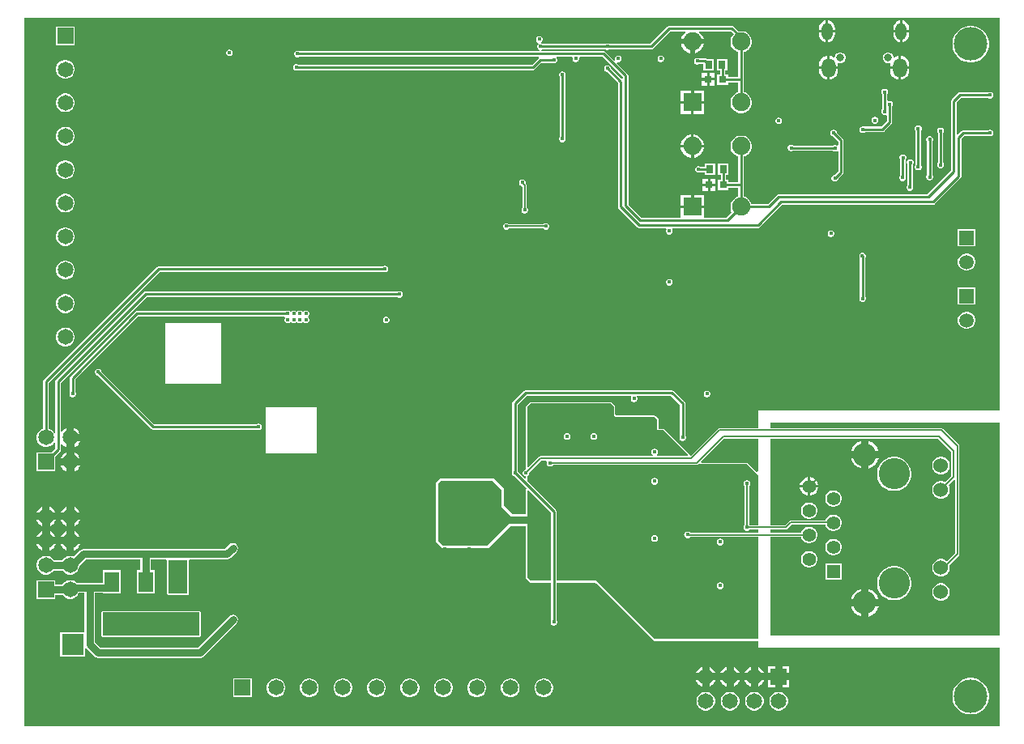
<source format=gbl>
%FSTAX23Y23*%
%MOIN*%
%SFA1B1*%

%IPPOS*%
%ADD10C,0.010000*%
%ADD15C,0.006000*%
%ADD23R,0.031500X0.037400*%
%ADD27R,0.031500X0.031500*%
%ADD45R,0.061000X0.082700*%
%ADD106C,0.030000*%
%ADD107R,0.055000X0.055000*%
%ADD108C,0.055000*%
%ADD109C,0.060200*%
%ADD110C,0.128000*%
%ADD111C,0.096300*%
%ADD112R,0.088600X0.088600*%
%ADD113C,0.088600*%
%ADD114C,0.065000*%
%ADD115R,0.065000X0.065000*%
%ADD116R,0.065000X0.065000*%
%ADD117O,0.057100X0.078700*%
%ADD118O,0.045300X0.070900*%
%ADD119C,0.031500*%
%ADD120C,0.138000*%
%ADD121C,0.075000*%
%ADD122R,0.075000X0.075000*%
%ADD123R,0.059100X0.059100*%
%ADD124C,0.059100*%
%ADD125C,0.015700*%
%ADD126C,0.019700*%
%LNv1.0-1*%
%LPD*%
G36*
X04933Y0337D02*
X0394D01*
Y03299*
X0378*
X03776Y03298*
X03773Y03296*
X03663Y03186*
X03657Y03187*
X03657Y03189*
X03656Y0319*
Y03191*
X03655Y03192*
X03655Y03193*
X03554Y03294*
X0355Y03296*
X03531*
Y03335*
X03529Y0334*
X03519Y03349*
X03515Y03351*
X03356*
X03352Y03354*
Y03388*
X0335Y03393*
X03339Y03404*
X03335Y03406*
X03005*
X03Y03404*
X02985Y03389*
X02983Y03385*
Y03139*
X02984Y03138*
Y03137*
X02984Y03136*
X02985Y03134*
X02985Y03133*
X02982Y03128*
X02977Y03126*
X02973Y03122*
X02971Y03117*
Y03112*
X02973Y03107*
X02977Y03103*
X02982Y03101*
X02983*
Y03093*
X02978Y03092*
X02953Y03117*
Y03117*
X02951Y03122*
X02951Y03123*
Y03395*
X02989Y03433*
X03417*
X03419Y03428*
X03418Y03427*
X03416Y03422*
Y03417*
X03418Y03412*
X03422Y03408*
X03427Y03406*
X03432*
X03437Y03408*
X03441Y03412*
X03443Y03417*
Y03422*
X03441Y03427*
X0344Y03428*
X03442Y03433*
X0358*
X03618Y03395*
Y03268*
X03618Y03267*
X03616Y03262*
Y03257*
X03618Y03252*
X03622Y03248*
X03627Y03246*
X03632*
X03637Y03248*
X03641Y03252*
X03643Y03257*
Y03262*
X03641Y03267*
X03641Y03268*
Y034*
X0364Y03404*
X03637Y03407*
X03592Y03452*
X03589Y03455*
X03585Y03456*
X02985*
X0298Y03455*
X02977Y03452*
X02932Y03407*
X02929Y03404*
X02928Y034*
Y03123*
X02928Y03122*
X02926Y03117*
Y03112*
X02928Y03107*
X02932Y03103*
X02937Y03101*
X02938*
X02986Y03052*
X02985Y03047*
X02984Y03046*
X02984Y03045*
Y03043*
X02983Y03042*
Y02945*
X0293*
X02895Y0298*
Y0305*
X02855Y0309*
X0263*
X02615Y03075*
Y0283*
X0264Y02805*
X0283*
X0292Y02895*
X02983*
Y02685*
X02985Y0268*
X03Y02665*
X03005Y02663*
X03088*
Y02508*
X03088Y02507*
X03086Y02502*
Y02497*
X03088Y02492*
X03092Y02488*
X03097Y02486*
X03102*
X03107Y02488*
X03111Y02492*
X03113Y02497*
Y02502*
X03111Y02507*
X03111Y02508*
Y02663*
X03272*
X0351Y02425*
X03515Y02423*
X0394*
Y02395*
X04933*
Y02071*
X00921*
Y04988*
X04933*
Y0337*
G37*
G36*
X03346Y03388D02*
Y03352D01*
X03353Y03345*
X03515*
X03524Y03335*
Y03292*
X03526Y0329*
X0355*
X0365Y03189*
X03648Y03184*
X03525*
X03523Y03189*
X03525Y0319*
X03528Y03194*
X03529Y032*
X03528Y03205*
X03525Y0321*
X0352Y03213*
X03515Y03214*
X03509Y03213*
X03505Y0321*
X03501Y03205*
X035Y032*
X03501Y03194*
X03505Y0319*
X03506Y03189*
X03504Y03184*
X03045*
X03041Y03183*
X03038Y03181*
X02994Y03137*
X0299Y03139*
Y03385*
X03005Y034*
X03335*
X03346Y03388*
G37*
G36*
X0394Y0312D02*
X03935Y03118D01*
X03899Y03154*
X03895Y03156*
X03707*
X03705Y03161*
X038Y03255*
X0394*
Y0312*
G37*
G36*
X03072Y0316D02*
X03071Y0316D01*
X0307Y03155*
X03071Y03149*
X03075Y03145*
X03079Y03141*
X03085Y0314*
X0309Y03141*
X03095Y03145*
X03096Y03147*
X03688*
X03691Y03148*
X03694Y0315*
X03895*
X0394Y03105*
Y02899*
X03905*
X03905Y029*
X03904Y029*
Y03059*
X03905Y0306*
X03908Y03064*
X03909Y0307*
X03908Y03075*
X03905Y0308*
X039Y03083*
X03895Y03084*
X03889Y03083*
X03885Y0308*
X03881Y03075*
X0388Y0307*
X03881Y03064*
X03885Y0306*
X03885Y03059*
Y029*
X03885Y029*
X03881Y02895*
X0388Y0289*
X03881Y02884*
X03885Y0288*
X03889Y02876*
X03895Y02875*
X039Y02876*
X03905Y0288*
X03905Y0288*
X0394*
Y02869*
X0366*
X0366Y0287*
X03655Y02873*
X0365Y02874*
X03644Y02873*
X0364Y0287*
X03636Y02865*
X03635Y0286*
X03636Y02854*
X0364Y0285*
X03644Y02846*
X0365Y02845*
X03655Y02846*
X0366Y0285*
X0366Y0285*
X0394*
Y0243*
X03515*
X03275Y0267*
X03111*
Y02955*
X0311Y02959*
X03107Y02962*
X0299Y0308*
Y03101*
X0299Y03101*
X02995Y03105*
X02998Y03109*
X02999Y03115*
X02999Y03116*
X03048Y03165*
X03069*
X03072Y0316*
G37*
G36*
X04933Y02445D02*
X0399D01*
Y0285*
X04117*
X04118Y02846*
X04123Y02839*
X04129Y02833*
X04137Y02828*
X04145Y02826*
X04154*
X04162Y02828*
X0417Y02833*
X04176Y02839*
X04181Y02846*
X04183Y02855*
Y02864*
X04181Y02872*
X04176Y0288*
X0417Y02886*
X04162Y02891*
X04154Y02893*
X04145*
X04137Y02891*
X04129Y02886*
X04123Y0288*
X04118Y02872*
X04117Y02869*
X0399*
Y0288*
X04055*
X04058Y02881*
X04061Y02883*
X04078Y029*
X04217*
X04218Y02896*
X04223Y02889*
X04229Y02883*
X04237Y02878*
X04245Y02876*
X04254*
X04262Y02878*
X0427Y02883*
X04276Y02889*
X04281Y02896*
X04283Y02905*
Y02914*
X04281Y02922*
X04276Y0293*
X0427Y02936*
X04262Y02941*
X04254Y02943*
X04245*
X04237Y02941*
X04229Y02936*
X04223Y0293*
X04218Y02922*
X04217Y02919*
X04075*
X04071Y02918*
X04068Y02916*
X04051Y02899*
X0399*
Y03255*
X04681*
X04735Y03201*
Y03101*
X04711Y03077*
X04706Y03079*
X04697Y03081*
X04688*
X04679Y03079*
X0467Y03074*
X04664Y03068*
X04659Y03059*
X04656Y0305*
Y03041*
X04659Y03031*
X04664Y03023*
X0467Y03016*
X04679Y03012*
X04688Y03009*
X04697*
X04706Y03012*
X04715Y03016*
X04721Y03023*
X04726Y03031*
X04729Y03041*
Y0305*
X04726Y03059*
X04724Y03064*
X04746Y03086*
X0475Y03084*
Y02783*
X04717Y0275*
X04715Y02753*
X04706Y02757*
X04697Y0276*
X04688*
X04679Y02757*
X0467Y02753*
X04664Y02746*
X04659Y02738*
X04656Y02728*
Y02719*
X04659Y0271*
X04664Y02702*
X0467Y02695*
X04679Y0269*
X04688Y02688*
X04697*
X04706Y0269*
X04715Y02695*
X04721Y02702*
X04726Y0271*
X04729Y02719*
Y02728*
X04727Y02734*
X04766Y02773*
X04768Y02776*
X04769Y0278*
Y03225*
X04768Y03228*
X04766Y03231*
X04701Y03296*
X04698Y03298*
X04695Y03299*
X0399*
Y0332*
X04933*
Y02445*
G37*
G36*
X02885Y03042D02*
Y02975D01*
X02925Y02935*
X0299*
Y03042*
X02994Y03044*
X03088Y0295*
Y0267*
X03005*
X0299Y02685*
Y02905*
X02915*
X02825Y02815*
X02645*
X02625Y02835*
Y0307*
X02635Y0308*
X02847*
X02885Y03042*
G37*
%LNv1.0-2*%
%LPC*%
G36*
X04534Y04978D02*
Y04938D01*
X04562*
Y04946*
X04561Y04954*
X04557Y04962*
X04552Y04969*
X04545Y04974*
X04537Y04977*
X04534Y04978*
G37*
G36*
X04229D02*
Y04938D01*
X04257*
Y04946*
X04255Y04954*
X04252Y04962*
X04247Y04969*
X0424Y04974*
X04232Y04977*
X04229Y04978*
G37*
G36*
X04219D02*
X04215Y04977D01*
X04207Y04974*
X042Y04969*
X04195Y04962*
X04192Y04954*
X04191Y04946*
Y04938*
X04219*
Y04978*
G37*
G36*
X04524D02*
X0452Y04977D01*
X04512Y04974*
X04506Y04969*
X045Y04962*
X04497Y04954*
X04496Y04946*
Y04938*
X04524*
Y04978*
G37*
G36*
X04562Y04928D02*
X04534D01*
Y04888*
X04537Y04888*
X04545Y04892*
X04552Y04897*
X04557Y04904*
X04561Y04912*
X04562Y0492*
Y04928*
G37*
G36*
X04219D02*
X04191D01*
Y0492*
X04192Y04912*
X04195Y04904*
X042Y04897*
X04207Y04892*
X04215Y04888*
X04219Y04888*
Y04928*
G37*
G36*
X04257D02*
X04229D01*
Y04888*
X04232Y04888*
X0424Y04892*
X04247Y04897*
X04252Y04904*
X04255Y04912*
X04257Y0492*
Y04928*
G37*
G36*
X04524D02*
X04496D01*
Y0492*
X04497Y04912*
X045Y04904*
X04506Y04897*
X04512Y04892*
X0452Y04888*
X04524Y04888*
Y04928*
G37*
G36*
X01128Y04953D02*
X01051D01*
Y04876*
X01128*
Y04953*
G37*
G36*
X03716Y0488D02*
X0368D01*
Y04843*
X03688Y04845*
X03699Y04852*
X03708Y0486*
X03714Y04871*
X03716Y0488*
G37*
G36*
X0366D02*
X03623D01*
X03625Y04871*
X03632Y0486*
X0364Y04852*
X03651Y04845*
X0366Y04843*
Y0488*
G37*
G36*
X01767Y04858D02*
X01762D01*
X01757Y04856*
X01753Y04852*
X01751Y04847*
Y04842*
X01753Y04837*
X01757Y04833*
X01762Y04831*
X01767*
X01772Y04833*
X01776Y04837*
X01778Y04842*
Y04847*
X01776Y04852*
X01772Y04856*
X01767Y04858*
G37*
G36*
X04282Y04846D02*
X04273D01*
X04265Y04843*
X04259Y04837*
X04256Y04829*
Y04828*
X04252Y04826*
X04249Y04828*
X0424Y04832*
X04235Y04832*
Y04788*
X04268*
Y04794*
X04268Y048*
X04272Y04803*
X04273Y04803*
X04282*
X0429Y04806*
X04296Y04812*
X043Y0482*
Y04829*
X04296Y04837*
X0429Y04843*
X04282Y04846*
G37*
G36*
X03542Y04833D02*
X03537D01*
X03532Y04831*
X03528Y04827*
X03526Y04822*
Y04817*
X03528Y04812*
X03532Y04808*
X03537Y04806*
X03542*
X03547Y04808*
X03551Y04812*
X03553Y04817*
Y04822*
X03551Y04827*
X03547Y04831*
X03542Y04833*
G37*
G36*
X04822Y04955D02*
X04807D01*
X04793Y04952*
X04779Y04946*
X04767Y04938*
X04756Y04927*
X04748Y04915*
X04742Y04901*
X0474Y04887*
Y04872*
X04742Y04858*
X04748Y04844*
X04756Y04832*
X04767Y04821*
X04779Y04813*
X04793Y04807*
X04807Y04805*
X04822*
X04836Y04807*
X0485Y04813*
X04862Y04821*
X04873Y04832*
X04881Y04844*
X04887Y04858*
X0489Y04872*
Y04887*
X04887Y04901*
X04881Y04915*
X04873Y04927*
X04862Y04938*
X0485Y04946*
X04836Y04952*
X04822Y04955*
G37*
G36*
X04528Y04832D02*
Y04788D01*
X04562*
Y04794*
X0456Y04804*
X04557Y04814*
X0455Y04822*
X04542Y04828*
X04533Y04832*
X04528Y04832*
G37*
G36*
X04225D02*
X0422Y04832D01*
X0421Y04828*
X04202Y04822*
X04196Y04814*
X04192Y04804*
X04191Y04794*
Y04788*
X04225*
Y04832*
G37*
G36*
X04479Y04846D02*
X0447D01*
X04462Y04843*
X04456Y04837*
X04453Y04829*
Y0482*
X04456Y04812*
X04462Y04806*
X0447Y04803*
X04479*
X0448Y04803*
X04485Y048*
X04484Y04794*
Y04788*
X04518*
Y04832*
X04513Y04832*
X04503Y04828*
X04501Y04826*
X04496Y04828*
Y04829*
X04493Y04837*
X04487Y04843*
X04479Y04846*
G37*
G36*
X03692Y04823D02*
X03687D01*
X03682Y04821*
X03678Y04817*
X03676Y04812*
Y04807*
X03678Y04802*
X03682Y04798*
X03687Y04796*
X03692*
X03697Y04798*
X03698Y04798*
X03715*
Y0477*
X03759*
Y04819*
X03727*
X03727*
X03726Y0482*
X03722Y04821*
X03698*
X03697Y04821*
X03692Y04823*
G37*
G36*
X03832Y04956D02*
D01*
X03575*
X0357Y04955*
X03567Y04952*
X03495Y04881*
X03328*
X03327Y04881*
X03322Y04883*
X03317*
X03312Y04881*
X03311Y04881*
X03053*
X03052Y04881*
X03049Y04883*
X03048Y04886*
X03048Y04887*
X03048Y04888*
X03051Y04892*
X03053Y04897*
Y04902*
X03051Y04907*
X03047Y04911*
X03042Y04913*
X03037*
X03032Y04911*
X03028Y04907*
X03026Y04902*
Y04897*
X03028Y04892*
X03032Y04888*
X03035Y04886*
X03036Y04883*
X03036Y04882*
X03036Y04881*
X03033Y04877*
X03031Y04872*
Y04867*
X03033Y04862*
X03037Y04858*
X03042Y04856*
X03042Y04851*
X02053*
X02052Y04851*
X02047Y04853*
X02042*
X02037Y04851*
X02033Y04847*
X02031Y04842*
Y04837*
X02033Y04832*
X02037Y04828*
X02042Y04826*
X02047*
X02052Y04828*
X02053Y04828*
X03036*
X03038Y04823*
X03037Y04822*
X0301Y04796*
X02048*
X02047Y04796*
X02042Y04798*
X02037*
X02032Y04796*
X02028Y04792*
X02026Y04787*
Y04782*
X02028Y04777*
X02032Y04773*
X02037Y04771*
X02042*
X02047Y04773*
X02048Y04773*
X03015*
X03019Y04774*
X03022Y04777*
X03049Y04803*
X03091*
X03092Y04803*
X03097Y04801*
X03102*
X03107Y04803*
X03111Y04807*
X03113Y04812*
Y04817*
X03111Y04822*
X0311Y04823*
X03112Y04828*
X03173*
X03176Y04823*
X03176Y04822*
Y04817*
X03178Y04812*
X03182Y04808*
X03187Y04806*
X03192*
X03197Y04808*
X03201Y04812*
X03203Y04817*
Y04822*
X03203Y04823*
X03206Y04828*
X033*
X03383Y04745*
Y04739*
X03378Y04737*
X03333Y04782*
Y04782*
X03331Y04787*
X03327Y04791*
X03322Y04793*
X03317*
X03312Y04791*
X03308Y04787*
X03306Y04782*
Y04777*
X03308Y04772*
X03312Y04768*
X03317Y04766*
X03318*
X03363Y0472*
Y04615*
Y0421*
X03364Y04205*
X03367Y04202*
X03442Y04127*
X03445Y04124*
X0345Y04123*
X03562*
X03564Y04118*
X03563Y04117*
X03561Y04112*
Y04107*
X03563Y04102*
X03567Y04098*
X03572Y04096*
X03577*
X03582Y04098*
X03586Y04102*
X03588Y04107*
Y04112*
X03586Y04117*
X03585Y04118*
X03587Y04123*
X0394*
X03944Y04124*
X03947Y04127*
X04039Y04218*
X0466*
X04664Y04219*
X04667Y04222*
X04772Y04327*
X04775Y0433*
X04776Y04335*
Y0449*
X04789Y04503*
X04886*
X04887Y04503*
X04892Y04501*
X04897*
X04902Y04503*
X04906Y04507*
X04908Y04512*
Y04517*
X04906Y04522*
X04902Y04526*
X04897Y04528*
X04892*
X04887Y04526*
X04886Y04526*
X04785*
X0478Y04525*
X04777Y04522*
X04761Y04507*
X04756Y04509*
Y0464*
X04774Y04658*
X04886*
X04887Y04658*
X04892Y04656*
X04897*
X04902Y04658*
X04906Y04662*
X04908Y04667*
Y04672*
X04906Y04677*
X04902Y04681*
X04897Y04683*
X04892*
X04887Y04681*
X04886Y04681*
X0477*
X04765Y0468*
X04762Y04677*
X04737Y04652*
X04734Y04649*
X04733Y04645*
Y04359*
X04635Y04261*
X04025*
X0402Y0426*
X04017Y04257*
X0398Y04221*
X03912*
X0391Y04226*
X03904Y04236*
X03896Y04244*
X03886Y0425*
X03881Y04252*
Y043*
Y04418*
X03886Y04419*
X03896Y04425*
X03904Y04433*
X0391Y04443*
X03913Y04454*
Y04465*
X0391Y04476*
X03904Y04486*
X03896Y04494*
X03886Y045*
X03875Y04503*
X03864*
X03853Y045*
X03843Y04494*
X03835Y04486*
X03829Y04476*
X03826Y04465*
Y04454*
X03829Y04443*
X03835Y04433*
X03843Y04425*
X03853Y04419*
X03858Y04418*
Y04311*
X03819*
Y04321*
X03808*
Y0434*
X03819*
Y04389*
X03775*
Y0434*
X03786*
Y04321*
X03775*
Y04278*
X03819*
Y04288*
X03858*
Y04252*
X03853Y0425*
X03843Y04244*
X03835Y04236*
X03829Y04226*
X03826Y04215*
Y04204*
X03829Y04193*
X03832Y04188*
X0381Y04166*
X03717*
Y04205*
X0367*
X03622*
Y04166*
X03459*
X03406Y04219*
Y0475*
X03405Y04754*
X03402Y04757*
X03358Y04802*
X03361Y04806*
X03362Y04806*
X03367*
X03372Y04808*
X03376Y04812*
X03378Y04817*
Y04822*
X03376Y04827*
X03372Y04831*
X03367Y04833*
X03362*
X03357Y04831*
X03353Y04827*
X03351Y04822*
Y04817*
X03351Y04816*
X03347Y04813*
X03312Y04847*
X03309Y0485*
X03305Y04851*
X03048*
X03047Y04856*
X03052Y04858*
X03053Y04858*
X03311*
X03312Y04858*
X03317Y04856*
X03322*
X03327Y04858*
X03328Y04858*
X035*
X03504Y04859*
X03507Y04862*
X03579Y04933*
X03641*
X03642Y04929*
X0364Y04928*
X03632Y04919*
X03625Y04908*
X03623Y049*
X0367*
X03716*
X03714Y04908*
X03708Y04919*
X03699Y04928*
X03697Y04929*
X03698Y04933*
X03827*
X0384Y04921*
X03835Y04916*
X03829Y04906*
X03826Y04895*
Y04884*
X03829Y04873*
X03835Y04863*
X03843Y04855*
X03853Y04849*
X03858Y04848*
Y04746*
X03816*
Y04756*
X03805*
Y0477*
X03814*
Y04819*
X0377*
Y0477*
X03783*
Y04756*
X03772*
Y04713*
X03816*
Y04723*
X03858*
Y04682*
X03853Y0468*
X03843Y04674*
X03835Y04666*
X03829Y04656*
X03826Y04645*
Y04634*
X03829Y04623*
X03835Y04613*
X03843Y04605*
X03853Y04599*
X03864Y04596*
X03875*
X03886Y04599*
X03896Y04605*
X03904Y04613*
X0391Y04623*
X03913Y04634*
Y04645*
X0391Y04656*
X03904Y04666*
X03896Y04674*
X03886Y0468*
X03881Y04682*
Y04735*
Y04848*
X03886Y04849*
X03896Y04855*
X03904Y04863*
X0391Y04873*
X03913Y04884*
Y04895*
X0391Y04906*
X03904Y04916*
X03896Y04924*
X03886Y0493*
X03875Y04933*
X03864*
X0386Y04932*
X0384Y04952*
X03836Y04955*
X03832Y04956*
G37*
G36*
X03761Y0476D02*
X0374D01*
Y0474*
X03761*
Y0476*
G37*
G36*
X0373D02*
X03709D01*
Y0474*
X0373*
Y0476*
G37*
G36*
X01095Y04815D02*
X01084D01*
X01075Y04812*
X01066Y04807*
X01059Y048*
X01054Y04791*
X01051Y04781*
Y04771*
X01054Y04761*
X01059Y04753*
X01066Y04746*
X01075Y0474*
X01084Y04738*
X01095*
X01104Y0474*
X01113Y04746*
X0112Y04753*
X01125Y04761*
X01128Y04771*
Y04781*
X01125Y04791*
X0112Y048*
X01113Y04807*
X01104Y04812*
X01095Y04815*
G37*
G36*
X04562Y04778D02*
X04528D01*
Y04734*
X04533Y04735*
X04542Y04739*
X0455Y04745*
X04557Y04753*
X0456Y04762*
X04562Y04772*
Y04778*
G37*
G36*
X04225D02*
X04191D01*
Y04772*
X04192Y04762*
X04196Y04753*
X04202Y04745*
X0421Y04739*
X0422Y04735*
X04225Y04734*
Y04778*
G37*
G36*
X04268D02*
X04235D01*
Y04734*
X0424Y04735*
X04249Y04739*
X04257Y04745*
X04263Y04753*
X04267Y04762*
X04268Y04772*
Y04778*
G37*
G36*
X04518D02*
X04484D01*
Y04772*
X04485Y04762*
X04489Y04753*
X04495Y04745*
X04503Y04739*
X04513Y04735*
X04518Y04734*
Y04778*
G37*
G36*
X03761Y0473D02*
X0374D01*
Y04709*
X03761*
Y0473*
G37*
G36*
X0373D02*
X03709D01*
Y04709*
X0373*
Y0473*
G37*
G36*
X03717Y04687D02*
X03675D01*
Y04645*
X03717*
Y04687*
G37*
G36*
X03665D02*
X03622D01*
Y04645*
X03665*
Y04687*
G37*
G36*
X01095Y04677D02*
X01084D01*
X01075Y04674*
X01066Y04669*
X01059Y04662*
X01054Y04653*
X01051Y04644*
Y04633*
X01054Y04624*
X01059Y04615*
X01066Y04608*
X01075Y04603*
X01084Y046*
X01095*
X01104Y04603*
X01113Y04608*
X0112Y04615*
X01125Y04624*
X01128Y04633*
Y04644*
X01125Y04653*
X0112Y04662*
X01113Y04669*
X01104Y04674*
X01095Y04677*
G37*
G36*
X03717Y04635D02*
X03675D01*
Y04592*
X03717*
Y04635*
G37*
G36*
X03665D02*
X03622D01*
Y04592*
X03665*
Y04635*
G37*
G36*
X04424Y0458D02*
X04418D01*
X04413Y04578*
X04409Y04574*
X04407Y04569*
Y04564*
X04409Y04558*
X04413Y04555*
X04418Y04552*
X04424*
X04429Y04555*
X04433Y04558*
X04435Y04564*
Y04569*
X04433Y04574*
X04429Y04578*
X04424Y0458*
G37*
G36*
X04027Y04578D02*
X04022D01*
X04017Y04576*
X04013Y04572*
X04011Y04567*
Y04562*
X04013Y04557*
X04017Y04553*
X04022Y04551*
X04027*
X04032Y04553*
X04036Y04557*
X04038Y04562*
Y04567*
X04036Y04572*
X04032Y04576*
X04027Y04578*
G37*
G36*
X04464Y04696D02*
X04458D01*
X04453Y04694*
X04449Y0469*
X04447Y04685*
Y0468*
X04449Y04675*
X0445Y04674*
Y04611*
X04449Y0461*
X04447Y04605*
Y046*
X04449Y04595*
X04453Y04591*
X04458Y04589*
X04464*
X04465Y04589*
X0447Y04586*
Y04562*
X04448Y0454*
X04378*
X04374Y04541*
X04368*
X04363Y04539*
X04359Y04535*
X04357Y0453*
Y04525*
X04359Y0452*
X04363Y04516*
X04368Y04514*
X04374*
X04379Y04516*
X04381Y04517*
X04452*
X04457Y04518*
X0446Y04521*
X04489Y0455*
X04492Y04553*
X04492Y04557*
Y04624*
X04493Y04625*
X04495Y0463*
Y04635*
X04493Y0464*
X04489Y04644*
X04484Y04646*
X04478*
X04477Y04646*
X04472Y04649*
Y04674*
X04473Y04675*
X04475Y0468*
Y04685*
X04473Y0469*
X04469Y04694*
X04464Y04696*
G37*
G36*
X03137Y04768D02*
X03132D01*
X03127Y04766*
X03123Y04762*
X03121Y04757*
Y04752*
X03123Y04747*
X03123Y04746*
Y04498*
X03123Y04497*
X03121Y04492*
Y04487*
X03123Y04482*
X03127Y04478*
X03132Y04476*
X03137*
X03142Y04478*
X03146Y04482*
X03148Y04487*
Y04492*
X03146Y04497*
X03146Y04498*
Y04746*
X03146Y04747*
X03148Y04752*
Y04757*
X03146Y04762*
X03142Y04766*
X03137Y04768*
G37*
G36*
X03676Y04507D02*
X03675D01*
Y04465*
X03717*
Y04466*
X03714Y04478*
X03708Y04489*
X03699Y04498*
X03688Y04504*
X03676Y04507*
G37*
G36*
X03665D02*
X03663D01*
X03651Y04504*
X0364Y04498*
X03632Y04489*
X03625Y04478*
X03622Y04466*
Y04465*
X03665*
Y04507*
G37*
G36*
X01095Y04539D02*
X01084D01*
X01075Y04537*
X01066Y04532*
X01059Y04524*
X01054Y04516*
X01051Y04506*
Y04496*
X01054Y04486*
X01059Y04477*
X01066Y0447*
X01075Y04465*
X01084Y04462*
X01095*
X01104Y04465*
X01113Y0447*
X0112Y04477*
X01125Y04486*
X01128Y04496*
Y04506*
X01125Y04516*
X0112Y04524*
X01113Y04532*
X01104Y04537*
X01095Y04539*
G37*
G36*
X04254Y04528D02*
X04248D01*
X04243Y04525*
X04239Y04522*
X04237Y04516*
Y04511*
X04239Y04506*
X04243Y04502*
X04248Y045*
X04249*
X0427Y04479*
Y04464*
X04265Y04462*
X04264Y04462*
X04259Y04465*
X04253*
X04249Y04463*
X04086*
X04084Y04464*
X04079Y04466*
X04073*
X04068Y04464*
X04064Y0446*
X04062Y04455*
Y0445*
X04064Y04445*
X04068Y04441*
X04073Y04439*
X04079*
X04083Y0444*
X04247*
X04248Y04439*
X04253Y04437*
X04259*
X04264Y04439*
X04265Y0444*
X0427Y04438*
Y04357*
X04254Y04341*
X04253*
X04248Y04339*
X04244Y04335*
X04242Y0433*
Y04325*
X04244Y0432*
X04248Y04316*
X04253Y04314*
X04259*
X04264Y04316*
X04268Y0432*
X0427Y04325*
Y04325*
X04289Y04345*
X04292Y04348*
X04292Y04352*
Y04484*
X04292Y04488*
X04289Y04492*
X04265Y04516*
Y04516*
X04263Y04522*
X04259Y04525*
X04254Y04528*
G37*
G36*
X03717Y04455D02*
X03675D01*
Y04412*
X03676*
X03688Y04415*
X03699Y04422*
X03708Y0443*
X03714Y04441*
X03717Y04453*
Y04455*
G37*
G36*
X03665D02*
X03622D01*
Y04453*
X03625Y04441*
X03632Y0443*
X0364Y04422*
X03651Y04415*
X03663Y04412*
X03665*
Y04455*
G37*
G36*
X03764Y04389D02*
X0372D01*
Y04376*
X03703*
X03702Y04376*
X03697Y04378*
X03692*
X03687Y04376*
X03683Y04372*
X03681Y04367*
Y04362*
X03683Y04357*
X03687Y04353*
X03692Y04351*
X03697*
X03702Y04353*
X03703Y04353*
X0372*
Y0434*
X03764*
Y04389*
G37*
G36*
X04694Y04536D02*
X04688D01*
X04683Y04534*
X04679Y0453*
X04677Y04525*
Y0452*
X04679Y04515*
X0468Y04514*
Y04391*
X04679Y0439*
X04677Y04385*
Y0438*
X04679Y04375*
X04683Y04371*
X04688Y04369*
X04694*
X04699Y04371*
X04703Y04375*
X04705Y0438*
Y04385*
X04703Y0439*
X04702Y04391*
Y04514*
X04703Y04515*
X04705Y0452*
Y04525*
X04703Y0453*
X04699Y04534*
X04694Y04536*
G37*
G36*
X04602Y04546D02*
X04596D01*
X04591Y04544*
X04587Y0454*
X04585Y04535*
Y04529*
X04587Y04524*
X04588Y04523*
Y04382*
X04587Y04381*
X04585Y04376*
Y04371*
X04587Y04366*
X04591Y04362*
X04596Y0436*
X04602*
X04607Y04362*
X04611Y04366*
X04613Y04371*
Y04376*
X04611Y04381*
X0461Y04382*
Y04524*
X04611Y04524*
X04613Y04529*
Y04535*
X04611Y0454*
X04607Y04544*
X04602Y04546*
G37*
G36*
X01095Y04401D02*
X01084D01*
X01075Y04399*
X01066Y04394*
X01059Y04387*
X01054Y04378*
X01051Y04368*
Y04358*
X01054Y04348*
X01059Y04339*
X01066Y04332*
X01075Y04327*
X01084Y04324*
X01095*
X01104Y04327*
X01113Y04332*
X0112Y04339*
X01125Y04348*
X01128Y04358*
Y04368*
X01125Y04378*
X0112Y04387*
X01113Y04394*
X01104Y04399*
X01095Y04401*
G37*
G36*
X04649Y04501D02*
X04643D01*
X04638Y04499*
X04634Y04495*
X04632Y0449*
Y04485*
X04634Y0448*
X04635Y04479*
Y04341*
X04634Y0434*
X04632Y04335*
Y0433*
X04634Y04325*
X04638Y04321*
X04643Y04319*
X04649*
X04654Y04321*
X04658Y04325*
X0466Y0433*
Y04335*
X04658Y0434*
X04657Y04341*
Y04479*
X04658Y0448*
X0466Y04485*
Y0449*
X04658Y04495*
X04654Y04499*
X04649Y04501*
G37*
G36*
X04539Y04426D02*
X04533D01*
X04528Y04424*
X04524Y0442*
X04522Y04415*
Y0441*
X04524Y04405*
Y04339*
X04523Y04337*
X04521Y04332*
Y04327*
X04523Y04322*
X04527Y04318*
X04532Y04316*
X04537*
X04542Y04318*
X04546Y04322*
X04548Y04327*
Y04332*
X04547Y04337*
Y04403*
X04548Y04405*
X0455Y0441*
Y04415*
X04548Y0442*
X04544Y04424*
X04539Y04426*
G37*
G36*
X03764Y04325D02*
X03743D01*
Y04305*
X03764*
Y04325*
G37*
G36*
X03733D02*
X03712D01*
Y04305*
X03733*
Y04325*
G37*
G36*
X04569Y04406D02*
X04563D01*
X04558Y04404*
X04554Y044*
X04552Y04395*
Y0439*
X04554Y04385*
Y04299*
X04553Y04297*
X04551Y04292*
Y04287*
X04553Y04282*
X04557Y04278*
X04562Y04276*
X04567*
X04572Y04278*
X04576Y04282*
X04578Y04287*
Y04292*
X04577Y04297*
Y04383*
X04578Y04385*
X0458Y0439*
Y04395*
X04578Y044*
X04574Y04404*
X04569Y04406*
G37*
G36*
X03764Y04295D02*
X03743D01*
Y04274*
X03764*
Y04295*
G37*
G36*
X03733D02*
X03712D01*
Y04274*
X03733*
Y04295*
G37*
G36*
X03717Y04257D02*
X03675D01*
Y04215*
X03717*
Y04257*
G37*
G36*
X03665D02*
X03622D01*
Y04215*
X03665*
Y04257*
G37*
G36*
X01095Y04264D02*
X01084D01*
X01075Y04261*
X01066Y04256*
X01059Y04249*
X01054Y0424*
X01051Y0423*
Y0422*
X01054Y0421*
X01059Y04202*
X01066Y04194*
X01075Y04189*
X01084Y04187*
X01095*
X01104Y04189*
X01113Y04194*
X0112Y04202*
X01125Y0421*
X01128Y0422*
Y0423*
X01125Y0424*
X0112Y04249*
X01113Y04256*
X01104Y04261*
X01095Y04264*
G37*
G36*
X02972Y04323D02*
X02967D01*
X02962Y04321*
X02958Y04317*
X02956Y04312*
Y04307*
X02958Y04302*
X02962Y04298*
X02967Y04296*
X02968*
X0297Y04293*
Y04208*
X02968Y04205*
X02966Y042*
Y04194*
X02968Y04189*
X02972Y04185*
X02977Y04183*
X02982*
X02987Y04185*
X02991Y04189*
X02993Y04194*
Y042*
X02991Y04205*
X02989Y04208*
Y04297*
X02988Y043*
X02986Y04303*
X02983Y04306*
X02983Y04307*
Y04312*
X02981Y04317*
X02977Y04321*
X02972Y04323*
G37*
G36*
X0307Y04143D02*
X03065D01*
X03059Y04141*
X03057Y04139*
X02915*
X02912Y04141*
X02907Y04143*
X02902*
X02897Y04141*
X02893Y04137*
X02891Y04132*
Y04127*
X02893Y04122*
X02897Y04118*
X02902Y04116*
X02907*
X02912Y04118*
X02915Y0412*
X03057*
X03059Y04118*
X03065Y04116*
X0307*
X03075Y04118*
X03079Y04122*
X03081Y04127*
Y04132*
X03079Y04137*
X03075Y04141*
X0307Y04143*
G37*
G36*
X04242Y04113D02*
X04237D01*
X04232Y04111*
X04228Y04107*
X04226Y04102*
Y04097*
X04228Y04092*
X04232Y04088*
X04237Y04086*
X04242*
X04247Y04088*
X04251Y04092*
X04253Y04097*
Y04102*
X04251Y04107*
X04247Y04111*
X04242Y04113*
G37*
G36*
X01095Y04126D02*
X01084D01*
X01075Y04123*
X01066Y04118*
X01059Y04111*
X01054Y04102*
X01051Y04092*
Y04082*
X01054Y04072*
X01059Y04064*
X01066Y04057*
X01075Y04051*
X01084Y04049*
X01095*
X01104Y04051*
X01113Y04057*
X0112Y04064*
X01125Y04072*
X01128Y04082*
Y04092*
X01125Y04102*
X0112Y04111*
X01113Y04118*
X01104Y04123*
X01095Y04126*
G37*
G36*
X04833Y04118D02*
X04762D01*
Y04047*
X04833*
Y04118*
G37*
G36*
X02407Y03968D02*
X02402D01*
X02397Y03966*
X02396Y03966*
X01475*
X0147Y03965*
X01467Y03962*
X01002Y03497*
X00999Y03494*
X00998Y0349*
Y03296*
X00995Y03295*
X00986Y0329*
X00979Y03283*
X00974Y03274*
X00971Y03265*
Y03254*
X00974Y03245*
X00979Y03236*
X00986Y03229*
X00995Y03224*
X01004Y03221*
X01015*
X01024Y03224*
X01033Y03229*
X0104Y03236*
X01043Y03241*
X01048Y0324*
Y03214*
X01032Y03198*
X00971*
Y03121*
X01048*
Y03182*
X01067Y03202*
X0107Y03205*
X01071Y0321*
Y03232*
X01075Y03233*
X01076Y03233*
X01083Y03226*
X01093Y0322*
X01095Y0322*
Y0326*
Y033*
X01093Y03299*
X01083Y03294*
X01076Y03286*
X01075Y03286*
X01071Y03287*
Y03485*
X01424Y03838*
X02456*
X02457Y03838*
X02462Y03836*
X02467*
X02472Y03838*
X02476Y03842*
X02478Y03847*
Y03852*
X02476Y03857*
X02472Y03861*
X02467Y03863*
X02462*
X02457Y03861*
X02456Y03861*
X0142*
X01415Y0386*
X01412Y03857*
X01052Y03497*
X01049Y03494*
X01048Y0349*
Y03279*
X01043Y03278*
X0104Y03283*
X01033Y0329*
X01024Y03295*
X01021Y03296*
Y03485*
X01479Y03943*
X02396*
X02397Y03943*
X02402Y03941*
X02407*
X02412Y03943*
X02416Y03947*
X02418Y03952*
Y03957*
X02416Y03962*
X02412Y03966*
X02407Y03968*
G37*
G36*
X04803Y04018D02*
X04793D01*
X04784Y04016*
X04776Y04011*
X0477Y04005*
X04765Y03997*
X04762Y03988*
Y03978*
X04765Y03969*
X0477Y03961*
X04776Y03955*
X04784Y0395*
X04793Y03947*
X04803*
X04812Y0395*
X0482Y03955*
X04826Y03961*
X04831Y03969*
X04833Y03978*
Y03988*
X04831Y03997*
X04826Y04005*
X0482Y04011*
X04812Y04016*
X04803Y04018*
G37*
G36*
X01095Y03988D02*
X01084D01*
X01075Y03985*
X01066Y0398*
X01059Y03973*
X01054Y03964*
X01051Y03955*
Y03944*
X01054Y03935*
X01059Y03926*
X01066Y03919*
X01075Y03914*
X01084Y03911*
X01095*
X01104Y03914*
X01113Y03919*
X0112Y03926*
X01125Y03935*
X01128Y03944*
Y03955*
X01125Y03964*
X0112Y03973*
X01113Y0398*
X01104Y03985*
X01095Y03988*
G37*
G36*
X03577Y03913D02*
X03572D01*
X03567Y03911*
X03563Y03907*
X03561Y03902*
Y03897*
X03563Y03892*
X03567Y03888*
X03572Y03886*
X03577*
X03582Y03888*
X03586Y03892*
X03588Y03897*
Y03902*
X03586Y03907*
X03582Y03911*
X03577Y03913*
G37*
G36*
X04372Y04021D02*
X04367D01*
X04362Y04019*
X04358Y04015*
X04356Y0401*
Y04005*
X04358Y04*
X04359Y03999*
Y03841*
X04358Y03841*
X04356Y03836*
Y0383*
X04358Y03825*
X04362Y03821*
X04367Y03819*
X04373*
X04378Y03821*
X04382Y03825*
X04384Y0383*
Y03836*
X04382Y03841*
X04381Y03841*
Y03999*
X04381Y04*
X04383Y04005*
Y0401*
X04381Y04015*
X04377Y04019*
X04372Y04021*
G37*
G36*
X04833Y03878D02*
X04762D01*
Y03807*
X04833*
Y03878*
G37*
G36*
X02082Y03783D02*
X02077D01*
X02072Y03781*
X0207Y0378*
X02067Y03778*
X02064Y0378*
X02062Y03781*
X02057Y03783*
X02052*
X02047Y03781*
X02045Y0378*
X02042Y03778*
X02039Y0378*
X02037Y03781*
X02032Y03783*
X02027*
X02022Y03781*
X0202Y0378*
X02017Y03778*
X02014Y0378*
X02012Y03781*
X02007Y03783*
X02002*
X01997Y03781*
X01996Y03781*
X01385*
X0138Y0378*
X01377Y03777*
X01112Y03512*
X01109Y03509*
X01108Y03505*
Y03448*
X01108Y03447*
X01106Y03442*
Y03437*
X01108Y03432*
X01112Y03428*
X01117Y03426*
X01122*
X01127Y03428*
X01131Y03432*
X01133Y03437*
Y03442*
X01131Y03447*
X01131Y03448*
Y035*
X01389Y03758*
X01992*
X01994Y03753*
X01993Y03752*
X01991Y03747*
Y03742*
X01993Y03737*
X01997Y03733*
X02002Y03731*
X02007*
X02012Y03733*
X02014Y03734*
X02017Y03736*
X0202Y03734*
X02022Y03733*
X02027Y03731*
X02032*
X02037Y03733*
X02039Y03734*
X02042Y03736*
X02045Y03734*
X02047Y03733*
X02052Y03731*
X02057*
X02062Y03733*
X02064Y03734*
X02067Y03736*
X0207Y03734*
X02072Y03733*
X02077Y03731*
X02082*
X02087Y03733*
X02091Y03737*
X02093Y03742*
Y03747*
X02091Y03752*
X0209Y03754*
X02088Y03757*
X0209Y0376*
X02091Y03762*
X02093Y03767*
Y03772*
X02091Y03777*
X02087Y03781*
X02082Y03783*
G37*
G36*
X01095Y0385D02*
X01084D01*
X01075Y03848*
X01066Y03843*
X01059Y03835*
X01054Y03827*
X01051Y03817*
Y03807*
X01054Y03797*
X01059Y03788*
X01066Y03781*
X01075Y03776*
X01084Y03773*
X01095*
X01104Y03776*
X01113Y03781*
X0112Y03788*
X01125Y03797*
X01128Y03807*
Y03817*
X01125Y03827*
X0112Y03835*
X01113Y03843*
X01104Y03848*
X01095Y0385*
G37*
G36*
X02412Y03758D02*
X02407D01*
X02402Y03756*
X02398Y03752*
X02396Y03747*
Y03742*
X02398Y03737*
X02402Y03733*
X02407Y03731*
X02412*
X02417Y03733*
X02421Y03737*
X02423Y03742*
Y03747*
X02421Y03752*
X02417Y03756*
X02412Y03758*
G37*
G36*
X04803Y03778D02*
X04793D01*
X04784Y03776*
X04776Y03771*
X0477Y03765*
X04765Y03757*
X04762Y03748*
Y03738*
X04765Y03729*
X0477Y03721*
X04776Y03715*
X04784Y0371*
X04793Y03707*
X04803*
X04812Y0371*
X0482Y03715*
X04826Y03721*
X04831Y03729*
X04833Y03738*
Y03748*
X04831Y03757*
X04826Y03765*
X0482Y03771*
X04812Y03776*
X04803Y03778*
G37*
G36*
X01095Y03712D02*
X01084D01*
X01075Y0371*
X01066Y03705*
X01059Y03698*
X01054Y03689*
X01051Y03679*
Y03669*
X01054Y03659*
X01059Y0365*
X01066Y03643*
X01075Y03638*
X01084Y03635*
X01095*
X01104Y03638*
X01113Y03643*
X0112Y0365*
X01125Y03659*
X01128Y03669*
Y03679*
X01125Y03689*
X0112Y03698*
X01113Y03705*
X01104Y0371*
X01095Y03712*
G37*
G36*
X0173Y0373D02*
X015D01*
Y0348*
X0173*
Y0373*
G37*
G36*
X03732Y03453D02*
X03727D01*
X03722Y03451*
X03718Y03447*
X03716Y03442*
Y03437*
X03718Y03432*
X03722Y03428*
X03727Y03426*
X03732*
X03737Y03428*
X03741Y03432*
X03743Y03437*
Y03442*
X03741Y03447*
X03737Y03451*
X03732Y03453*
G37*
G36*
X01227Y03543D02*
X01222D01*
X01217Y03541*
X01213Y03537*
X01211Y03532*
Y03527*
X01213Y03522*
X01217Y03518*
X01222Y03516*
X01223*
X01442Y03297*
X01445Y03294*
X0145Y03293*
X01876*
X01877Y03293*
X01882Y03291*
X01887*
X01892Y03293*
X01896Y03297*
X01898Y03302*
Y03307*
X01896Y03312*
X01892Y03316*
X01887Y03318*
X01882*
X01877Y03316*
X01876Y03316*
X01454*
X01238Y03532*
Y03532*
X01236Y03537*
X01232Y03541*
X01227Y03543*
G37*
G36*
X01125Y033D02*
Y03275D01*
X0115*
X01149Y03276*
X01144Y03286*
X01136Y03294*
X01126Y03299*
X01125Y033*
G37*
G36*
X0115Y03245D02*
X01125D01*
Y0322*
X01126Y0322*
X01136Y03226*
X01144Y03233*
X01149Y03243*
X0115Y03245*
G37*
G36*
X02125Y03385D02*
X01915D01*
Y03195*
X02125*
Y03385*
G37*
G36*
X01125Y032D02*
Y03175D01*
X0115*
X01149Y03176*
X01144Y03186*
X01136Y03194*
X01126Y03199*
X01125Y032*
G37*
G36*
X01095D02*
X01093Y03199D01*
X01083Y03194*
X01076Y03186*
X0107Y03176*
X0107Y03175*
X01095*
Y032*
G37*
G36*
X0115Y03145D02*
X01125D01*
Y0312*
X01126Y0312*
X01136Y03126*
X01144Y03133*
X01149Y03143*
X0115Y03145*
G37*
G36*
X01095D02*
X0107D01*
X0107Y03143*
X01076Y03133*
X01083Y03126*
X01093Y0312*
X01095Y0312*
Y03145*
G37*
G36*
X01125Y02975D02*
Y0295D01*
X0115*
X01149Y02951*
X01144Y02961*
X01136Y02969*
X01126Y02974*
X01125Y02975*
G37*
G36*
X01025D02*
Y0295D01*
X0105*
X01049Y02951*
X01044Y02961*
X01036Y02969*
X01026Y02974*
X01025Y02975*
G37*
G36*
X01095D02*
X01093Y02974D01*
X01083Y02969*
X01076Y02961*
X0107Y02951*
X0107Y0295*
X01095*
Y02975*
G37*
G36*
X00995D02*
X00993Y02974D01*
X00983Y02969*
X00976Y02961*
X0097Y02951*
X0097Y0295*
X00995*
Y02975*
G37*
G36*
X0115Y0292D02*
X01125D01*
Y02895*
X01126Y02895*
X01136Y02901*
X01144Y02908*
X01149Y02918*
X0115Y0292*
G37*
G36*
X0105D02*
X01025D01*
Y02895*
X01026Y02895*
X01036Y02901*
X01044Y02908*
X01049Y02918*
X0105Y0292*
G37*
G36*
X01095D02*
X0107D01*
X0107Y02918*
X01076Y02908*
X01083Y02901*
X01093Y02895*
X01095Y02895*
Y0292*
G37*
G36*
X00995D02*
X0097D01*
X0097Y02918*
X00976Y02908*
X00983Y02901*
X00993Y02895*
X00995Y02895*
Y0292*
G37*
G36*
X01125Y02875D02*
Y0285D01*
X0115*
X01149Y02851*
X01144Y02861*
X01136Y02869*
X01126Y02874*
X01125Y02875*
G37*
G36*
X01025D02*
Y0285D01*
X0105*
X01049Y02851*
X01044Y02861*
X01036Y02869*
X01026Y02874*
X01025Y02875*
G37*
G36*
X01095D02*
X01093Y02874D01*
X01083Y02869*
X01076Y02861*
X0107Y02851*
X0107Y0285*
X01095*
Y02875*
G37*
G36*
X00995D02*
X00993Y02874D01*
X00983Y02869*
X00976Y02861*
X0097Y02851*
X0097Y0285*
X00995*
Y02875*
G37*
G36*
X0115Y0282D02*
X01125D01*
Y02795*
X01126Y02795*
X01136Y02801*
X01144Y02808*
X01149Y02818*
X0115Y0282*
G37*
G36*
X0105D02*
X01025D01*
Y02795*
X01026Y02795*
X01036Y02801*
X01044Y02808*
X01049Y02818*
X0105Y0282*
G37*
G36*
X01095D02*
X0107D01*
X0107Y02818*
X01076Y02808*
X01083Y02801*
X01093Y02795*
X01095Y02795*
Y0282*
G37*
G36*
X00995D02*
X0097D01*
X0097Y02818*
X00976Y02808*
X00983Y02801*
X00993Y02795*
X00995Y02795*
Y0282*
G37*
G36*
X0178Y02826D02*
X01771Y02824D01*
X01764Y0282*
X01746Y02801*
X01164*
X01156Y02799*
X01149Y02795*
X01125Y0277*
X01124Y0277*
X01115Y02773*
X01104*
X01095Y0277*
X01086Y02765*
X01079Y02758*
X01077Y02756*
X01042*
X0104Y02758*
X01033Y02765*
X01024Y0277*
X01015Y02773*
X01004*
X00995Y0277*
X00986Y02765*
X00979Y02758*
X00974Y02749*
X00971Y0274*
Y02729*
X00974Y0272*
X00979Y02711*
X00986Y02704*
X00995Y02699*
X01004Y02696*
X01015*
X01024Y02699*
X01033Y02704*
X0104Y02711*
X01042Y02713*
X01077*
X01079Y02711*
X01086Y02704*
X01095Y02699*
X01104Y02696*
X01115*
X01124Y02699*
X01133Y02704*
X0114Y02711*
X01145Y0272*
X01148Y02729*
Y02733*
X01173Y02758*
X01398*
Y02714*
X01383*
Y02619*
X01456*
Y02714*
X01441*
Y02758*
X01504*
X01505Y02758*
X01508Y02754*
Y02734*
X01508Y02733*
Y02728*
X01508Y02728*
Y02617*
X0151Y02613*
X01515Y02611*
X01591*
X01596Y02613*
X01596Y02613*
X01598Y02618*
Y02754*
X016Y02758*
X01755*
X01763Y0276*
X0177Y02764*
X01795Y02789*
X01799Y02796*
X01801Y02805*
X01799Y02813*
X01795Y0282*
X01788Y02824*
X0178Y02826*
G37*
G36*
X01316Y02714D02*
X01243D01*
Y02663*
X01136*
X01133Y02665*
X01124Y0267*
X01115Y02673*
X01104*
X01095Y0267*
X01086Y02665*
X01079Y02658*
X01077Y02656*
X01048*
Y02673*
X00971*
Y02596*
X01048*
Y02613*
X01077*
X01079Y02611*
X01086Y02604*
X01095Y02599*
X01104Y02596*
X01115*
X01124Y02599*
X01133Y02604*
X0114Y02611*
X01145Y0262*
Y0262*
X01169*
Y02458*
X01069*
Y02358*
X0117*
Y02393*
X01175Y02394*
X01175Y02394*
X01209Y02359*
X01216Y02355*
X01225Y02353*
X01645*
X01653Y02355*
X0166Y02359*
X01795Y02494*
X01799Y02501*
X01801Y0251*
X01799Y02518*
X01795Y02525*
X01788Y02529*
X0178Y02531*
X01771Y02529*
X01764Y02525*
X01636Y02396*
X01233*
X01212Y02418*
Y0262*
X01243*
Y02619*
X01316*
Y02714*
G37*
G36*
X0164Y02546D02*
X01245D01*
X0124Y02544*
X01238Y0254*
Y02445*
X0124Y0244*
X01245Y02438*
X0164*
X01644Y0244*
X01646Y02445*
Y0254*
X01644Y02544*
X0164Y02546*
G37*
G36*
X04067Y02317D02*
X0404D01*
Y0229*
X04067*
Y02317*
G37*
G36*
X0394Y02315D02*
Y0229D01*
X03965*
X03964Y02291*
X03959Y02301*
X03951Y02309*
X03941Y02314*
X0394Y02315*
G37*
G36*
X0374D02*
Y0229D01*
X03765*
X03764Y02291*
X03759Y02301*
X03751Y02309*
X03741Y02314*
X0374Y02315*
G37*
G36*
X0384D02*
Y0229D01*
X03865*
X03864Y02291*
X03859Y02301*
X03851Y02309*
X03841Y02314*
X0384Y02315*
G37*
G36*
X0391D02*
X03908Y02314D01*
X03898Y02309*
X03891Y02301*
X03885Y02291*
X03885Y0229*
X0391*
Y02315*
G37*
G36*
X0371D02*
X03708Y02314D01*
X03698Y02309*
X03691Y02301*
X03685Y02291*
X03685Y0229*
X0371*
Y02315*
G37*
G36*
X0381D02*
X03808Y02314D01*
X03798Y02309*
X03791Y02301*
X03785Y02291*
X03785Y0229*
X0381*
Y02315*
G37*
G36*
X0401Y02317D02*
X03982D01*
Y0229*
X0401*
Y02317*
G37*
G36*
X03965Y0226D02*
X0394D01*
Y02235*
X03941Y02235*
X03951Y02241*
X03959Y02248*
X03964Y02258*
X03965Y0226*
G37*
G36*
X03865D02*
X0384D01*
Y02235*
X03841Y02235*
X03851Y02241*
X03859Y02248*
X03864Y02258*
X03865Y0226*
G37*
G36*
X03765D02*
X0374D01*
Y02235*
X03741Y02235*
X03751Y02241*
X03759Y02248*
X03764Y02258*
X03765Y0226*
G37*
G36*
X0391D02*
X03885D01*
X03885Y02258*
X03891Y02248*
X03898Y02241*
X03908Y02235*
X0391Y02235*
Y0226*
G37*
G36*
X0381D02*
X03785D01*
X03785Y02258*
X03791Y02248*
X03798Y02241*
X03808Y02235*
X0381Y02235*
Y0226*
G37*
G36*
X0371D02*
X03685D01*
X03685Y02258*
X03691Y02248*
X03698Y02241*
X03708Y02235*
X0371Y02235*
Y0226*
G37*
G36*
X04067D02*
X0404D01*
Y02232*
X04067*
Y0226*
G37*
G36*
X0401D02*
X03982D01*
Y02232*
X0401*
Y0226*
G37*
G36*
X03064Y02268D02*
X03053D01*
X03044Y02265*
X03035Y0226*
X03028Y02253*
X03023Y02244*
X0302Y02235*
Y02224*
X03023Y02215*
X03028Y02206*
X03035Y02199*
X03044Y02194*
X03053Y02191*
X03064*
X03073Y02194*
X03082Y02199*
X03089Y02206*
X03094Y02215*
X03097Y02224*
Y02235*
X03094Y02244*
X03089Y02253*
X03082Y0226*
X03073Y02265*
X03064Y02268*
G37*
G36*
X02926D02*
X02916D01*
X02906Y02265*
X02897Y0226*
X0289Y02253*
X02885Y02244*
X02882Y02235*
Y02224*
X02885Y02215*
X0289Y02206*
X02897Y02199*
X02906Y02194*
X02916Y02191*
X02926*
X02936Y02194*
X02944Y02199*
X02952Y02206*
X02957Y02215*
X02959Y02224*
Y02235*
X02957Y02244*
X02952Y02253*
X02944Y0226*
X02936Y02265*
X02926Y02268*
G37*
G36*
X02788D02*
X02778D01*
X02768Y02265*
X02759Y0226*
X02752Y02253*
X02747Y02244*
X02744Y02235*
Y02224*
X02747Y02215*
X02752Y02206*
X02759Y02199*
X02768Y02194*
X02778Y02191*
X02788*
X02798Y02194*
X02807Y02199*
X02814Y02206*
X02819Y02215*
X02821Y02224*
Y02235*
X02819Y02244*
X02814Y02253*
X02807Y0226*
X02798Y02265*
X02788Y02268*
G37*
G36*
X0265D02*
X0264D01*
X0263Y02265*
X02622Y0226*
X02614Y02253*
X02609Y02244*
X02607Y02235*
Y02224*
X02609Y02215*
X02614Y02206*
X02622Y02199*
X0263Y02194*
X0264Y02191*
X0265*
X0266Y02194*
X02669Y02199*
X02676Y02206*
X02681Y02215*
X02684Y02224*
Y02235*
X02681Y02244*
X02676Y02253*
X02669Y0226*
X0266Y02265*
X0265Y02268*
G37*
G36*
X02512D02*
X02502D01*
X02492Y02265*
X02484Y0226*
X02477Y02253*
X02471Y02244*
X02469Y02235*
Y02224*
X02471Y02215*
X02477Y02206*
X02484Y02199*
X02492Y02194*
X02502Y02191*
X02512*
X02522Y02194*
X02531Y02199*
X02538Y02206*
X02543Y02215*
X02546Y02224*
Y02235*
X02543Y02244*
X02538Y02253*
X02531Y0226*
X02522Y02265*
X02512Y02268*
G37*
G36*
X02375D02*
X02364D01*
X02355Y02265*
X02346Y0226*
X02339Y02253*
X02334Y02244*
X02331Y02235*
Y02224*
X02334Y02215*
X02339Y02206*
X02346Y02199*
X02355Y02194*
X02364Y02191*
X02375*
X02384Y02194*
X02393Y02199*
X024Y02206*
X02405Y02215*
X02408Y02224*
Y02235*
X02405Y02244*
X024Y02253*
X02393Y0226*
X02384Y02265*
X02375Y02268*
G37*
G36*
X02237D02*
X02227D01*
X02217Y02265*
X02208Y0226*
X02201Y02253*
X02196Y02244*
X02193Y02235*
Y02224*
X02196Y02215*
X02201Y02206*
X02208Y02199*
X02217Y02194*
X02227Y02191*
X02237*
X02247Y02194*
X02255Y02199*
X02263Y02206*
X02268Y02215*
X0227Y02224*
Y02235*
X02268Y02244*
X02263Y02253*
X02255Y0226*
X02247Y02265*
X02237Y02268*
G37*
G36*
X02099D02*
X02089D01*
X02079Y02265*
X0207Y0226*
X02063Y02253*
X02058Y02244*
X02055Y02235*
Y02224*
X02058Y02215*
X02063Y02206*
X0207Y02199*
X02079Y02194*
X02089Y02191*
X02099*
X02109Y02194*
X02118Y02199*
X02125Y02206*
X0213Y02215*
X02132Y02224*
Y02235*
X0213Y02244*
X02125Y02253*
X02118Y0226*
X02109Y02265*
X02099Y02268*
G37*
G36*
X01961D02*
X01951D01*
X01941Y02265*
X01933Y0226*
X01925Y02253*
X0192Y02244*
X01918Y02235*
Y02224*
X0192Y02215*
X01925Y02206*
X01933Y02199*
X01941Y02194*
X01951Y02191*
X01961*
X01971Y02194*
X0198Y02199*
X01987Y02206*
X01992Y02215*
X01995Y02224*
Y02235*
X01992Y02244*
X01987Y02253*
X0198Y0226*
X01971Y02265*
X01961Y02268*
G37*
G36*
X01857D02*
X0178D01*
Y02191*
X01857*
Y02268*
G37*
G36*
X0403Y02213D02*
X04019D01*
X0401Y0221*
X04001Y02205*
X03994Y02198*
X03989Y02189*
X03986Y0218*
Y02169*
X03989Y0216*
X03994Y02151*
X04001Y02144*
X0401Y02139*
X04019Y02136*
X0403*
X04039Y02139*
X04048Y02144*
X04055Y02151*
X0406Y0216*
X04063Y02169*
Y0218*
X0406Y02189*
X04055Y02198*
X04048Y02205*
X04039Y0221*
X0403Y02213*
G37*
G36*
X0393D02*
X03919D01*
X0391Y0221*
X03901Y02205*
X03894Y02198*
X03889Y02189*
X03886Y0218*
Y02169*
X03889Y0216*
X03894Y02151*
X03901Y02144*
X0391Y02139*
X03919Y02136*
X0393*
X03939Y02139*
X03948Y02144*
X03955Y02151*
X0396Y0216*
X03963Y02169*
Y0218*
X0396Y02189*
X03955Y02198*
X03948Y02205*
X03939Y0221*
X0393Y02213*
G37*
G36*
X0383D02*
X03819D01*
X0381Y0221*
X03801Y02205*
X03794Y02198*
X03789Y02189*
X03786Y0218*
Y02169*
X03789Y0216*
X03794Y02151*
X03801Y02144*
X0381Y02139*
X03819Y02136*
X0383*
X03839Y02139*
X03848Y02144*
X03855Y02151*
X0386Y0216*
X03863Y02169*
Y0218*
X0386Y02189*
X03855Y02198*
X03848Y02205*
X03839Y0221*
X0383Y02213*
G37*
G36*
X0373D02*
X03719D01*
X0371Y0221*
X03701Y02205*
X03694Y02198*
X03689Y02189*
X03686Y0218*
Y02169*
X03689Y0216*
X03694Y02151*
X03701Y02144*
X0371Y02139*
X03719Y02136*
X0373*
X03739Y02139*
X03748Y02144*
X03755Y02151*
X0376Y0216*
X03763Y02169*
Y0218*
X0376Y02189*
X03755Y02198*
X03748Y02205*
X03739Y0221*
X0373Y02213*
G37*
G36*
X04822Y0227D02*
X04807D01*
X04793Y02267*
X04779Y02261*
X04767Y02253*
X04756Y02242*
X04748Y0223*
X04742Y02216*
X0474Y02202*
Y02187*
X04742Y02173*
X04748Y02159*
X04756Y02147*
X04767Y02136*
X04779Y02128*
X04793Y02122*
X04807Y0212*
X04822*
X04836Y02122*
X0485Y02128*
X04862Y02136*
X04873Y02147*
X04881Y02159*
X04887Y02173*
X0489Y02187*
Y02202*
X04887Y02216*
X04881Y0223*
X04873Y02242*
X04862Y02253*
X0485Y02261*
X04836Y02267*
X04822Y0227*
G37*
%LNv1.0-3*%
%LPD*%
G36*
X01591Y02618D02*
X01591Y02617D01*
X01515*
Y02754*
X01515*
X01591*
Y02618*
G37*
G36*
X0164Y02445D02*
X01245D01*
Y0254*
X0164*
Y02445*
G37*
%LNv1.0-4*%
%LPC*%
G36*
X03265Y03279D02*
X03259Y03278D01*
X03255Y03275*
X03251Y0327*
X0325Y03265*
X03251Y03259*
X03255Y03255*
X03259Y03251*
X03265Y0325*
X0327Y03251*
X03275Y03255*
X03278Y03259*
X03279Y03265*
X03278Y0327*
X03275Y03275*
X0327Y03278*
X03265Y03279*
G37*
G36*
X03155D02*
X03149Y03278D01*
X03145Y03275*
X03141Y0327*
X0314Y03265*
X03141Y03259*
X03145Y03255*
X03149Y03251*
X03155Y0325*
X0316Y03251*
X03165Y03255*
X03168Y03259*
X03169Y03265*
X03168Y0327*
X03165Y03275*
X0316Y03278*
X03155Y03279*
G37*
G36*
X03515Y03094D02*
X03509Y03093D01*
X03505Y0309*
X03501Y03085*
X035Y0308*
X03501Y03074*
X03505Y0307*
X03509Y03066*
X03515Y03065*
X0352Y03066*
X03525Y0307*
X03528Y03074*
X03529Y0308*
X03528Y03085*
X03525Y0309*
X0352Y03093*
X03515Y03094*
G37*
G36*
Y02859D02*
X03509Y02858D01*
X03505Y02855*
X03501Y0285*
X035Y02845*
X03501Y02839*
X03505Y02835*
X03509Y02831*
X03515Y0283*
X0352Y02831*
X03525Y02835*
X03528Y02839*
X03529Y02845*
X03528Y0285*
X03525Y02855*
X0352Y02858*
X03515Y02859*
G37*
G36*
X03785Y02844D02*
X03779Y02843D01*
X03775Y0284*
X03771Y02835*
X0377Y0283*
X03771Y02824*
X03775Y0282*
X03779Y02816*
X03785Y02815*
X0379Y02816*
X03795Y0282*
X03798Y02824*
X03799Y0283*
X03798Y02835*
X03795Y0284*
X0379Y02843*
X03785Y02844*
G37*
G36*
Y02664D02*
X03779Y02663D01*
X03775Y0266*
X03771Y02655*
X0377Y0265*
X03771Y02644*
X03775Y0264*
X03779Y02636*
X03785Y02635*
X0379Y02636*
X03795Y0264*
X03798Y02644*
X03799Y0265*
X03798Y02655*
X03795Y0266*
X0379Y02663*
X03785Y02664*
G37*
G36*
X04394Y03246D02*
Y03204D01*
X04436*
X04435Y03206*
X04431Y03217*
X04425Y03227*
X04417Y03235*
X04407Y03241*
X04396Y03245*
X04394Y03246*
G37*
G36*
X04364D02*
X04363Y03245D01*
X04352Y03241*
X04342Y03235*
X04334Y03227*
X04328Y03217*
X04324Y03206*
X04323Y03204*
X04364*
Y03246*
G37*
G36*
Y03174D02*
X04323D01*
X04324Y03173*
X04328Y03162*
X04334Y03152*
X04342Y03144*
X04352Y03138*
X04363Y03134*
X04364Y03133*
Y03174*
G37*
G36*
X04436D02*
X04394D01*
Y03133*
X04396Y03134*
X04407Y03138*
X04417Y03144*
X04425Y03152*
X04431Y03162*
X04435Y03173*
X04436Y03174*
G37*
G36*
X04697Y03181D02*
X04688D01*
X04679Y03179*
X0467Y03174*
X04664Y03168*
X04659Y03159*
X04656Y0315*
Y03141*
X04659Y03131*
X04664Y03123*
X0467Y03116*
X04679Y03112*
X04688Y03109*
X04697*
X04706Y03112*
X04715Y03116*
X04721Y03123*
X04726Y03131*
X04729Y03141*
Y0315*
X04726Y03159*
X04721Y03168*
X04715Y03174*
X04706Y03179*
X04697Y03181*
G37*
G36*
X04155Y03097D02*
Y03064D01*
X04187*
X04185Y03074*
X0418Y03082*
X04173Y03089*
X04164Y03094*
X04155Y03097*
G37*
G36*
X04145D02*
X04135Y03094D01*
X04127Y03089*
X0412Y03082*
X04115Y03074*
X04112Y03064*
X04145*
Y03097*
G37*
G36*
X04506Y0318D02*
X04493D01*
X04479Y03177*
X04466Y03172*
X04455Y03164*
X04445Y03154*
X04438Y03143*
X04432Y0313*
X0443Y03116*
Y03103*
X04432Y03089*
X04438Y03076*
X04445Y03065*
X04455Y03055*
X04466Y03048*
X04479Y03042*
X04493Y0304*
X04506*
X0452Y03042*
X04533Y03048*
X04544Y03055*
X04554Y03065*
X04562Y03076*
X04567Y03089*
X0457Y03103*
Y03116*
X04567Y0313*
X04562Y03143*
X04554Y03154*
X04544Y03164*
X04533Y03172*
X0452Y03177*
X04506Y0318*
G37*
G36*
X04187Y03054D02*
X04155D01*
Y03022*
X04164Y03024*
X04173Y03029*
X0418Y03036*
X04185Y03045*
X04187Y03054*
G37*
G36*
X04145D02*
X04112D01*
X04115Y03045*
X0412Y03036*
X04127Y03029*
X04135Y03024*
X04145Y03022*
Y03054*
G37*
G36*
X04254Y03043D02*
X04245D01*
X04237Y03041*
X04229Y03036*
X04223Y0303*
X04218Y03022*
X04216Y03014*
Y03005*
X04218Y02996*
X04223Y02989*
X04229Y02983*
X04237Y02978*
X04245Y02976*
X04254*
X04262Y02978*
X0427Y02983*
X04276Y02989*
X04281Y02996*
X04283Y03005*
Y03014*
X04281Y03022*
X04276Y0303*
X0427Y03036*
X04262Y03041*
X04254Y03043*
G37*
G36*
X04154Y02993D02*
X04145D01*
X04137Y02991*
X04129Y02986*
X04123Y0298*
X04118Y02972*
X04116Y02964*
Y02955*
X04118Y02946*
X04123Y02939*
X04129Y02933*
X04137Y02928*
X04145Y02926*
X04154*
X04162Y02928*
X0417Y02933*
X04176Y02939*
X04181Y02946*
X04183Y02955*
Y02964*
X04181Y02972*
X04176Y0298*
X0417Y02986*
X04162Y02991*
X04154Y02993*
G37*
G36*
X04254Y02843D02*
X04245D01*
X04237Y02841*
X04229Y02836*
X04223Y0283*
X04218Y02822*
X04216Y02814*
Y02805*
X04218Y02796*
X04223Y02789*
X04229Y02783*
X04237Y02778*
X04245Y02776*
X04254*
X04262Y02778*
X0427Y02783*
X04276Y02789*
X04281Y02796*
X04283Y02805*
Y02814*
X04281Y02822*
X04276Y0283*
X0427Y02836*
X04262Y02841*
X04254Y02843*
G37*
G36*
X04154Y02793D02*
X04145D01*
X04137Y02791*
X04129Y02786*
X04123Y0278*
X04118Y02772*
X04116Y02764*
Y02755*
X04118Y02746*
X04123Y02739*
X04129Y02733*
X04137Y02728*
X04145Y02726*
X04154*
X04162Y02728*
X0417Y02733*
X04176Y02739*
X04181Y02746*
X04183Y02755*
Y02764*
X04181Y02772*
X04176Y0278*
X0417Y02786*
X04162Y02791*
X04154Y02793*
G37*
G36*
X04283Y02743D02*
X04216D01*
Y02676*
X04283*
Y02743*
G37*
G36*
X04394Y02636D02*
Y02595D01*
X04436*
X04435Y02597*
X04431Y02607*
X04425Y02617*
X04417Y02625*
X04407Y02631*
X04396Y02636*
X04394Y02636*
G37*
G36*
X04364D02*
X04363Y02636D01*
X04352Y02631*
X04342Y02625*
X04334Y02617*
X04328Y02607*
X04324Y02597*
X04323Y02595*
X04364*
Y02636*
G37*
G36*
X04506Y0273D02*
X04493D01*
X04479Y02727*
X04466Y02722*
X04455Y02714*
X04445Y02704*
X04438Y02693*
X04432Y0268*
X0443Y02666*
Y02653*
X04432Y02639*
X04438Y02626*
X04445Y02615*
X04455Y02605*
X04466Y02598*
X04479Y02592*
X04493Y0259*
X04506*
X0452Y02592*
X04533Y02598*
X04544Y02605*
X04554Y02615*
X04562Y02626*
X04567Y02639*
X0457Y02653*
Y02666*
X04567Y0268*
X04562Y02693*
X04554Y02704*
X04544Y02714*
X04533Y02722*
X0452Y02727*
X04506Y0273*
G37*
G36*
X04697Y0266D02*
X04688D01*
X04679Y02657*
X0467Y02653*
X04664Y02646*
X04659Y02638*
X04656Y02628*
Y02619*
X04659Y0261*
X04664Y02602*
X0467Y02595*
X04679Y0259*
X04688Y02588*
X04697*
X04706Y0259*
X04715Y02595*
X04721Y02602*
X04726Y0261*
X04729Y02619*
Y02628*
X04726Y02638*
X04721Y02646*
X04715Y02653*
X04706Y02657*
X04697Y0266*
G37*
G36*
X04364Y02565D02*
X04323D01*
X04324Y02563*
X04328Y02552*
X04334Y02543*
X04342Y02534*
X04352Y02528*
X04363Y02524*
X04364Y02523*
Y02565*
G37*
G36*
X04436D02*
X04394D01*
Y02523*
X04396Y02524*
X04407Y02528*
X04417Y02534*
X04425Y02543*
X04431Y02552*
X04435Y02563*
X04436Y02565*
G37*
%LNv1.0-5*%
%LPD*%
G54D10*
X01225Y0353D02*
X0145Y03305D01*
X01885*
X01385Y0377D02*
X02005D01*
X0112Y03505D02*
X01385Y0377D01*
X0142Y0385D02*
X02465D01*
X0106Y0349D02*
X0142Y0385D01*
X0112Y0344D02*
Y03505D01*
X0106Y0321D02*
Y0349D01*
X03585Y03445D02*
X0363Y034D01*
Y0326D02*
Y034D01*
X0332Y0487D02*
X035D01*
X03045D02*
X0332D01*
Y0478D02*
X03375Y04725D01*
Y04615D02*
Y04725D01*
X02045Y0484D02*
X03305D01*
X03395Y04215D02*
Y0475D01*
X03305Y0484D02*
X03395Y0475D01*
X03575Y04945D02*
X03832D01*
X0387Y04907*
Y0464D02*
Y04735D01*
X03794D02*
X0387D01*
Y0489*
X03794Y04735D02*
Y04793D01*
X03792Y04795D02*
X03794Y04793D01*
X0387Y0489D02*
Y04907D01*
X035Y0487D02*
X03575Y04945D01*
X04251Y04514D02*
X04281Y04484D01*
Y04352D02*
Y04484D01*
X03722Y0481D02*
X03723Y04808D01*
X0369Y0481D02*
X03722D01*
X0367Y04735D02*
Y0489D01*
X03015Y04785D02*
X03045Y04815D01*
X0204Y04785D02*
X03015D01*
X03045Y04815D02*
X031D01*
X043Y04484D02*
X04348Y04436D01*
X043Y04484D02*
Y0463D01*
X042D02*
X043D01*
X03795Y0407D02*
X0385D01*
X03685Y0396D02*
X03795Y0407D01*
X03695Y04365D02*
X03742D01*
X03723Y04808D02*
X03726D01*
X03737Y04795D02*
Y04798D01*
X03726Y04808D02*
X03737Y04798D01*
X03135Y0449D02*
Y04755D01*
X0101Y0316D02*
X0106Y0321D01*
X0101Y0349D02*
X01475Y03955D01*
X0101Y0326D02*
Y0349D01*
X01475Y03955D02*
X02405D01*
X03455Y04155D02*
X03815D01*
X03395Y04215D02*
X03455Y04155D01*
X0345Y04135D02*
X0394D01*
X03375Y0421D02*
Y04615D01*
Y0421D02*
X0345Y04135D01*
X0394D02*
X04035Y0423D01*
X0466*
X04765Y04335*
X04025Y0425D02*
X0464D01*
X03985Y0421D02*
X04025Y0425D01*
X0464D02*
X04745Y04355D01*
X0387Y0421D02*
X03985D01*
X03815Y04155D02*
X0387Y0421D01*
X0367Y043D02*
Y0446D01*
Y0421D02*
Y043D01*
X03738*
X0367Y0464D02*
Y04735D01*
X03735*
X0387Y043D02*
Y0446D01*
Y0421D02*
Y043D01*
X03797D02*
X0387D01*
X03797Y04365D02*
D01*
Y043D02*
Y04365D01*
X04745Y04355D02*
Y04645D01*
X04765Y04335D02*
Y04495D01*
X04785Y04515*
X04745Y04645D02*
X0477Y0467D01*
X04785Y04515D02*
X04895D01*
X0477Y0467D02*
X04895D01*
X04371Y04527D02*
X04372Y04529D01*
X04452*
X031Y025D02*
Y02955D01*
X0294Y03115D02*
X031Y02955D01*
X0294Y03115D02*
Y034D01*
X02985Y03445D02*
X03585D01*
X0294Y034D02*
X02985Y03445D01*
X04565Y04392D02*
X04566Y04392D01*
X04565Y0429D02*
Y04392D01*
X04565Y0429D02*
X04565Y0429D01*
X04535Y0433D02*
X04535Y0433D01*
Y04412*
X04536Y04412*
X04599Y04532D02*
X04599Y04532D01*
X04646Y04332D02*
Y04487D01*
X04599Y04374D02*
Y04532D01*
X04691Y04382D02*
Y04522D01*
X04369Y04007D02*
X0437Y04007D01*
Y03833D02*
Y04007D01*
X04076Y04452D02*
X04077Y04452D01*
X04256Y04327D02*
X04281Y04352D01*
X04255Y04452D02*
X04256Y04451D01*
X04461Y04602D02*
Y04682D01*
X04481Y04557D02*
Y04632D01*
X04452Y04529D02*
X04481Y04557D01*
X04077Y04452D02*
X04255D01*
G54D15*
X0298Y04197D02*
Y04297D01*
X0297Y04307D02*
X0298Y04297D01*
X03085Y03155D02*
X03086Y03156D01*
X03093*
X03688*
X02985Y03115D02*
X03045Y03175D01*
X03665*
X0378Y0329*
X0476Y0278D02*
Y03225D01*
X04704Y02724D02*
X0476Y0278D01*
X04695Y0329D02*
X0476Y03225D01*
X04692Y03045D02*
X04745Y03097D01*
X04685Y03265D02*
X04745Y03205D01*
Y03097D02*
Y03205D01*
X03796Y03265D02*
X04685D01*
X02905Y0413D02*
X03067D01*
X0297Y04307D02*
Y0431D01*
X0378Y0329D02*
X04695D01*
X03688Y03156D02*
X03796Y03265D01*
X01595Y0491D02*
X0173D01*
X01365D02*
X01595D01*
X03685Y03801D02*
Y0396D01*
Y03801D02*
X03708Y03777D01*
X03712D02*
X03715Y0378D01*
X03708Y03777D02*
X03712D01*
X03715Y0378D02*
X04285D01*
X0321Y0396D02*
X0337D01*
X0276D02*
X0321D01*
X0449Y03845D02*
Y04065D01*
Y0378D02*
Y03845D01*
X046*
X04285Y0378D02*
X0449D01*
X0276Y04485D02*
X0304Y04765D01*
X0276Y0396D02*
Y04485D01*
X0173Y0491D02*
X0175Y0493D01*
X04692Y02724D02*
X04704D01*
X0428Y03189D02*
X04379D01*
X0415Y03059D02*
X0428Y03189D01*
X0365Y02859D02*
X04149D01*
X0365Y0286D02*
X0365Y02859D01*
X04149D02*
X0415Y02859D01*
X04249Y0291D02*
X0425Y02909D01*
X04075Y0291D02*
X04249D01*
X03895Y0289D02*
X04055D01*
X04075Y0291*
X03895Y0289D02*
Y0307D01*
G54D23*
X03737Y04795D03*
X03792D03*
X03742Y04365D03*
X03797D03*
G54D27*
X03794Y04735D03*
X03735D03*
X03797Y043D03*
X03738D03*
G54D45*
X01555Y02665D03*
Y02491D03*
X0128Y02666D03*
Y02493D03*
X0142Y02666D03*
Y02493D03*
G54D106*
X0101Y02735D02*
X0111D01*
X0101Y02635D02*
X0111D01*
X0142Y02493D02*
X01618D01*
X0128D02*
X0142D01*
X01618D02*
X0162Y02495D01*
X01164Y0278D02*
X01755D01*
X0142D02*
D01*
Y02666D02*
Y0278D01*
X01645Y02375D02*
X0178Y0251D01*
X01225Y02375D02*
X01645D01*
X0119Y02641D02*
X01264D01*
X01116D02*
X0119D01*
Y02409D02*
X01225Y02375D01*
X0119Y02409D02*
Y02641D01*
X01755Y0278D02*
X0178Y02805D01*
X0155Y0267D02*
Y0273D01*
Y0267D02*
X01555Y02665D01*
X0111Y02735D02*
X01119D01*
X01164Y0278*
X01264Y02641D02*
X0128Y02657D01*
X0111Y02635D02*
X01116Y02641D01*
X0128Y02657D02*
Y02666D01*
X0111Y0316D02*
Y0326D01*
Y02935D02*
Y0316D01*
Y02835D02*
Y02935D01*
X0101Y02835D02*
Y02935D01*
X04379Y0258D02*
Y03189D01*
G54D107*
X0425Y02709D03*
G54D108*
X0415Y02759D03*
X0425Y02809D03*
X0415Y02859D03*
X0425Y02909D03*
X0415Y02959D03*
X0425Y03009D03*
X0415Y03059D03*
G54D109*
X04692Y02624D03*
Y02724D03*
Y03145D03*
Y03045D03*
G54D110*
X045Y0311D03*
Y0266D03*
G54D111*
X04379Y03189D03*
Y0258D03*
G54D112*
X0112Y02408D03*
G54D113*
X0112Y02211D03*
G54D114*
X0111Y0326D03*
X0101D03*
X0111Y0316D03*
Y02735D03*
X0101D03*
X0111Y02635D03*
X0101Y02835D03*
Y02935D03*
X0111Y02835D03*
Y02935D03*
X03725Y02175D03*
X03825D03*
X03725Y02275D03*
X03825D03*
X04025Y02175D03*
X03925Y02275D03*
Y02175D03*
X0109Y03674D03*
Y03812D03*
Y0395D03*
Y04363D03*
Y04776D03*
Y04639D03*
Y04501D03*
Y04225D03*
Y04087D03*
X02645Y0223D03*
X02507D03*
X02232D03*
X02094D03*
X01956D03*
X0237D03*
X02783D03*
X02921D03*
X03059D03*
G54D115*
X0101Y0316D03*
Y02635D03*
X0109Y04914D03*
G54D116*
X04025Y02275D03*
X01818Y0223D03*
G54D117*
X04523Y04783D03*
X0423D03*
G54D118*
X04529Y04933D03*
X04224D03*
G54D119*
X04278Y04825D03*
X04475D03*
G54D120*
X04815Y02195D03*
Y0488D03*
G54D121*
X0387Y0464D03*
X0367Y0489D03*
X0387D03*
Y0421D03*
X0367Y0446D03*
X0387D03*
G54D122*
X0367Y0464D03*
Y0421D03*
G54D123*
X04798Y03843D03*
Y04083D03*
G54D124*
X04798Y03743D03*
Y03983D03*
G54D125*
X01339Y03389D03*
X015Y03286D03*
X01885Y03305D03*
X0185Y034D03*
X018Y035D03*
X0195Y034D03*
X017Y039D03*
X019D03*
X015D03*
X016D03*
X0335Y0467D03*
X0175Y024D03*
X0115Y026D03*
X014Y029D03*
X03413Y047D03*
X03Y043D03*
X03567Y02217D03*
X035Y023D03*
X0365Y02203D03*
X03602Y02302D03*
X0355Y024D03*
X034Y023D03*
X02446Y03599D03*
X02503Y035D03*
X02446Y034D03*
Y026D03*
Y024D03*
X025Y037D03*
X024D03*
Y035D03*
Y033D03*
Y031D03*
X0255Y034D03*
Y036D03*
X0275D03*
X0485Y048D03*
X048Y047D03*
X0485Y046D03*
X048Y043D03*
X0485Y042D03*
Y04D03*
X048Y039D03*
X0485Y038D03*
X048Y037D03*
X0485Y036D03*
X048Y035D03*
Y023D03*
Y021D03*
X047Y049D03*
X0475Y048D03*
X047Y047D03*
X0475Y042D03*
X047Y041D03*
X0475Y04D03*
X047Y037D03*
X0475Y036D03*
X047Y035D03*
X0475Y034D03*
X047Y023D03*
Y021D03*
X046Y049D03*
X0465Y048D03*
X046Y047D03*
Y043D03*
X0465Y042D03*
X046Y041D03*
X0465Y038D03*
X046Y037D03*
X0465Y036D03*
X046Y035D03*
X0465Y034D03*
X046Y023D03*
X0465Y022D03*
X046Y021D03*
X045Y047D03*
X0455Y046D03*
X045Y045D03*
Y043D03*
X0455Y042D03*
X045Y041D03*
X0455Y038D03*
X045Y037D03*
X0455Y036D03*
X045Y035D03*
X0455Y034D03*
Y022D03*
X045Y021D03*
X044Y049D03*
X0445Y042D03*
X044Y041D03*
X0445Y04D03*
Y038D03*
X044Y037D03*
X0445Y036D03*
X044Y035D03*
X0445Y034D03*
X044Y023D03*
X0445Y022D03*
X044Y021D03*
X043Y049D03*
Y047D03*
Y045D03*
Y043D03*
X0435Y042D03*
X043Y041D03*
X0435Y038D03*
X043Y037D03*
X0435Y036D03*
X043Y035D03*
X0435Y034D03*
X043Y023D03*
X0435Y022D03*
X043Y021D03*
X042Y047D03*
X0425Y046D03*
Y042D03*
X042Y037D03*
X0425Y036D03*
X042Y035D03*
X0425Y034D03*
X042Y023D03*
X0425Y022D03*
X042Y021D03*
X041Y049D03*
X0415Y048D03*
X041Y047D03*
X0415Y046D03*
X041Y043D03*
X0415Y042D03*
Y038D03*
X041Y037D03*
X0415Y036D03*
X041Y035D03*
X0415Y034D03*
X041Y023D03*
X0415Y022D03*
X041Y021D03*
X0405Y048D03*
Y046D03*
X04Y045D03*
X0405Y044D03*
X04Y043D03*
X0405Y042D03*
X04Y039D03*
X0405Y038D03*
X04Y037D03*
X0405Y036D03*
X04Y035D03*
X0405Y034D03*
X04Y021D03*
X039Y047D03*
X0395Y044D03*
X039Y043D03*
X0395Y04D03*
Y038D03*
X039Y037D03*
X0395Y036D03*
X039Y035D03*
X0395Y034D03*
X039Y021D03*
X038Y049D03*
X0385Y048D03*
X038Y047D03*
Y045D03*
X0385Y044D03*
Y038D03*
X038Y037D03*
X0385Y036D03*
X038Y035D03*
X0385Y034D03*
Y032D03*
Y024D03*
X038Y021D03*
X037Y047D03*
X0375Y046D03*
Y044D03*
X037Y043D03*
X0375Y042D03*
X037Y037D03*
X0375Y036D03*
Y024D03*
X037Y021D03*
X036Y049D03*
X0365Y044D03*
Y036D03*
Y024D03*
X036Y021D03*
X035Y049D03*
Y047D03*
Y045D03*
Y043D03*
Y041D03*
Y039D03*
Y037D03*
Y035D03*
Y021D03*
X034Y049D03*
X0345Y046D03*
Y044D03*
Y042D03*
X034Y041D03*
X0345Y04D03*
X034Y039D03*
Y037D03*
X0345Y036D03*
X034Y035D03*
Y025D03*
X0345Y024D03*
Y022D03*
X034Y021D03*
X0335Y046D03*
X033Y043D03*
Y041D03*
Y039D03*
X0335Y038D03*
X033Y037D03*
X0335Y036D03*
X033Y035D03*
X0335Y024D03*
Y022D03*
X033Y021D03*
X032Y047D03*
Y045D03*
X0325Y044D03*
X032Y043D03*
X0325Y042D03*
X032Y041D03*
X0325Y04D03*
X032Y039D03*
X0325Y038D03*
X032Y037D03*
X0325Y036D03*
X032Y035D03*
X0325Y026D03*
Y024D03*
X032Y023D03*
Y021D03*
X031Y047D03*
X0315Y044D03*
X031Y043D03*
X0315Y042D03*
X031Y041D03*
X0315Y04D03*
X031Y039D03*
X0315Y038D03*
X031Y037D03*
X0315Y036D03*
X031Y035D03*
X0315Y024D03*
X031Y023D03*
X0315Y022D03*
X031Y021D03*
X03Y047D03*
X0305Y044D03*
Y042D03*
X03Y035D03*
X0305Y026D03*
X03Y025D03*
Y023D03*
Y021D03*
X029Y047D03*
X0295Y044D03*
X029Y041D03*
Y033D03*
Y031D03*
Y027D03*
Y025D03*
X0295Y024D03*
X029Y023D03*
Y021D03*
X028Y047D03*
Y045D03*
Y043D03*
Y041D03*
X0285Y04D03*
X028Y039D03*
X0285Y038D03*
X028Y037D03*
X0285Y036D03*
X028Y033D03*
X0285Y032D03*
X028Y031D03*
X0285Y028D03*
X028Y027D03*
X0285Y024D03*
Y022D03*
X028Y021D03*
X027Y047D03*
X0275Y046D03*
X027Y045D03*
X0275Y044D03*
X027Y043D03*
X0275Y042D03*
X027Y041D03*
X0275Y038D03*
Y034D03*
Y032D03*
X027Y031D03*
X0275Y028D03*
X027Y027D03*
X0275Y026D03*
X027Y025D03*
X0275Y024D03*
X027Y023D03*
Y021D03*
X026Y047D03*
X0265Y046D03*
X026Y045D03*
X0265Y044D03*
X026Y043D03*
X0265Y042D03*
X026Y041D03*
X0265Y028D03*
X026Y027D03*
Y025D03*
Y023D03*
Y021D03*
X0255Y046D03*
X025Y045D03*
X0255Y044D03*
X025Y043D03*
X0255Y042D03*
X025Y041D03*
Y039D03*
X0255Y038D03*
Y032D03*
Y024D03*
Y022D03*
X025Y021D03*
X024Y045D03*
X0245Y044D03*
X024Y043D03*
X0245Y042D03*
X024Y041D03*
X0245Y038D03*
X024Y029D03*
Y027D03*
Y025D03*
Y023D03*
X0245Y022D03*
X024Y021D03*
X023Y047D03*
X0235Y046D03*
X023Y045D03*
X0235Y044D03*
X023Y043D03*
X0235Y042D03*
X023Y041D03*
Y021D03*
X022Y047D03*
X0225Y046D03*
X022Y045D03*
X0225Y044D03*
X022Y043D03*
X0225Y042D03*
X022Y041D03*
Y039D03*
X0225Y038D03*
X022Y037D03*
Y035D03*
Y033D03*
Y031D03*
Y029D03*
Y027D03*
Y023D03*
Y021D03*
X0215Y04D03*
Y036D03*
Y034D03*
Y032D03*
X021Y031D03*
X0215Y03D03*
X021Y029D03*
X0215Y028D03*
X021Y027D03*
X0215Y026D03*
X021Y023D03*
X0215Y022D03*
X021Y021D03*
X02Y047D03*
X0205Y044D03*
X02Y041D03*
Y039D03*
Y031D03*
X0205Y03D03*
X02Y029D03*
X0205Y028D03*
X02Y027D03*
X0205Y026D03*
X02Y025D03*
X0205Y024D03*
Y022D03*
X02Y021D03*
X0195Y048D03*
X019Y047D03*
X0195Y044D03*
X019Y041D03*
X0195Y04D03*
Y036D03*
X019Y035D03*
Y031D03*
X0195Y03D03*
X019Y029D03*
X0195Y028D03*
X019Y027D03*
X0195Y026D03*
X019Y025D03*
X0195Y024D03*
X019Y021D03*
X018Y037D03*
Y031D03*
X0185Y03D03*
X018Y029D03*
Y027D03*
X0185Y026D03*
Y024D03*
X018Y023D03*
Y021D03*
X017Y047D03*
Y041D03*
X0175Y038D03*
Y036D03*
X017Y029D03*
Y027D03*
X0175Y026D03*
X017Y025D03*
Y023D03*
X0175Y022D03*
X017Y021D03*
X0165Y048D03*
X016Y047D03*
X0165Y044D03*
X016Y041D03*
X0165Y04D03*
Y038D03*
Y032D03*
X016Y031D03*
X0165Y03D03*
X016Y029D03*
Y023D03*
Y021D03*
X0155Y048D03*
X015Y047D03*
X0155Y044D03*
Y042D03*
Y04D03*
Y038D03*
Y032D03*
X015Y031D03*
X0155Y03D03*
X015Y029D03*
Y023D03*
X0145Y048D03*
X014Y047D03*
X0145Y044D03*
X014Y043D03*
X0145Y042D03*
Y04D03*
Y038D03*
Y036D03*
Y026D03*
X014Y021D03*
X0135Y044D03*
Y04D03*
X013Y021D03*
X0125Y022D03*
X012Y021D03*
X0115Y048D03*
X011Y047D03*
Y043D03*
X0115Y042D03*
X011Y039D03*
X0115Y038D03*
Y034D03*
Y032D03*
X011Y031D03*
X0115Y03D03*
X011Y025D03*
Y023D03*
Y021D03*
X01Y049D03*
Y047D03*
X0105Y046D03*
X01Y045D03*
X0105Y044D03*
X01Y043D03*
X0105Y042D03*
X01Y041D03*
X0105Y04D03*
X01Y039D03*
Y037D03*
X0105Y036D03*
X01Y031D03*
X0105Y03D03*
Y028D03*
X01Y025D03*
Y023D03*
X0105Y022D03*
X01Y021D03*
X01522Y02731D03*
X01577D03*
X0363Y0326D03*
X0162Y0246D03*
X01621Y02527D03*
X0162Y02495D03*
X0155Y02731D03*
X03085Y03155D03*
X0332Y0487D03*
Y0478D03*
X03365Y0482D03*
X03045Y0487D03*
X0304Y049D03*
X04251Y04514D03*
X03045Y03965D03*
X0296D03*
X03D03*
X02905Y0416D03*
X03045Y04095D03*
X03067Y0413D03*
X03045Y0364D03*
X03Y0361D03*
X0296Y0359D03*
X0298Y04197D03*
X02945Y04335D03*
Y04285D03*
X0292Y0422D03*
X0369Y0481D03*
X04916Y03294D03*
X04914Y03213D03*
Y03071D03*
Y02858D03*
X04915Y02575D03*
X0436Y02465D03*
X04498Y02465D03*
X04619Y0246D03*
X04775Y0246D03*
X04894Y02467D03*
X04206Y0246D03*
X0408Y0246D03*
X04Y0253D03*
X04005Y02915D03*
Y0298D03*
X04002Y02825D03*
X04005Y0274D03*
X04003Y02636D03*
Y03071D03*
X04005Y0318D03*
Y0331D03*
X03925Y02665D03*
X03928Y02614D03*
X03927Y02567D03*
X03888Y02609D03*
X03552Y0263D03*
X03462Y02634D03*
X0355Y02553D03*
X03145Y0288D03*
X0301Y0309D03*
X03002Y03189D03*
X03005Y0326D03*
X03003Y03335D03*
X03005Y0338D03*
X0359Y0304D03*
X03495Y0275D03*
X03455Y0288D03*
X0347Y0297D03*
X03795Y0298D03*
X0368Y0274D03*
X03685Y02445D03*
X0355Y03265D03*
X0368Y03132D03*
X03745Y0313D03*
X03895D03*
X03925Y0304D03*
X0392Y02979D03*
X03921Y02918D03*
X03925Y02835D03*
Y028D03*
Y0274D03*
X03355Y0262D03*
X0342Y02545D03*
X0352Y0245D03*
X03855Y02445D03*
X0318Y02685D03*
X0313D03*
X03025D03*
X0306D03*
X03005Y02715D03*
Y0278D03*
X0268Y0283D03*
X02715D03*
X02825Y02835D03*
X0286Y0287D03*
X0287Y0303D03*
X0264D03*
X0268Y03065D03*
X0264Y0306D03*
Y02855D03*
X0265Y0283D03*
X0208Y0377D03*
X02055D03*
X0203D03*
X02005D03*
Y03745D03*
X0203D03*
X02055D03*
X01595Y0491D03*
X0267Y0286D03*
X03245Y0297D03*
X03415Y0285D03*
X03245Y0314D03*
X03305Y02675D03*
X0348Y0289D03*
X03185Y0314D03*
X03285D03*
X0337Y03283D03*
X0321Y0396D03*
X046Y03845D03*
X0449Y04065D03*
Y0378D03*
X04285D03*
X0304Y04765D03*
X0276Y0396D03*
X0337D03*
X042Y0463D03*
X043D03*
X03685Y0396D03*
X0385Y0407D03*
X03575Y0411D03*
Y039D03*
X0373Y0344D03*
X0241Y03745D03*
X01365Y0491D03*
X0175Y0493D03*
X01765Y04845D03*
X03695Y04365D03*
X0354Y0482D03*
X0319D03*
X0208Y03745D03*
X0112Y0344D03*
X01225Y0353D03*
X03135Y04755D03*
Y0449D03*
X031Y04815D03*
X0204Y04785D03*
X0178Y02805D03*
Y0251D03*
X02465Y0385D03*
X02405Y03955D03*
X03875Y0247D03*
X04895Y04515D03*
X02045Y0484D03*
X0297Y0431D03*
X02905Y0413D03*
X04025Y04565D03*
X04371Y04527D03*
X04421Y04566D03*
X03155Y03265D03*
X02985Y03115D03*
X031Y025D03*
X0365Y0286D03*
X03785Y0283D03*
Y0265D03*
X03895Y0307D03*
Y0289D03*
X03515Y0308D03*
Y032D03*
Y02845D03*
X0343Y0342D03*
X0294Y03115D03*
X03265Y03265D03*
X04565Y0429D03*
X04535Y0433D03*
X04536Y04412D03*
X04599Y04374D03*
X04599Y04532D03*
X04691Y04382D03*
Y04522D03*
X04646Y04332D03*
X04566Y04392D03*
X04646Y04487D03*
X04895Y0467D03*
X0424Y041D03*
X0437Y03833D03*
X04369Y04007D03*
X04076Y04452D03*
X04256Y04451D03*
X04461Y04602D03*
Y04682D03*
X04256Y04327D03*
X04481Y04632D03*
G54D126*
X04435Y04349D03*
X04348D03*
X04435Y04436D03*
Y04392D03*
X04348Y04436D03*
Y04392D03*
X04392Y04349D03*
Y04436D03*
Y04392D03*
M02*
</source>
